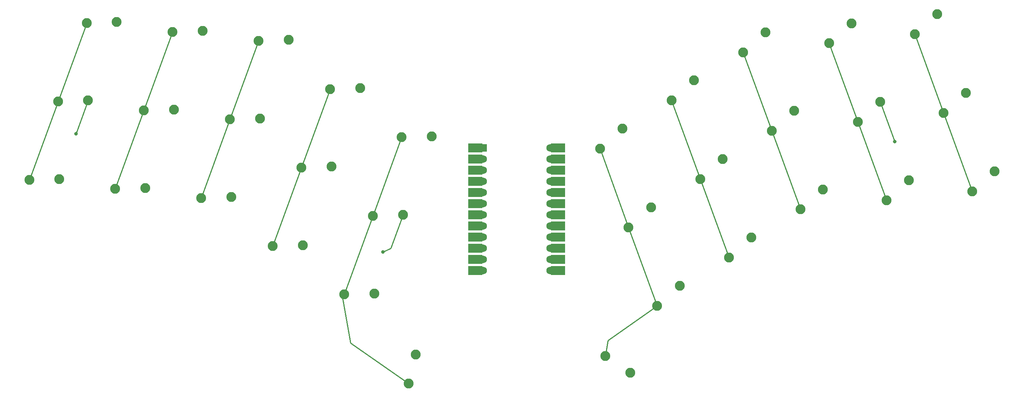
<source format=gtl>
G04 #@! TF.GenerationSoftware,KiCad,Pcbnew,(5.1.4)-1*
G04 #@! TF.CreationDate,2021-01-14T16:11:29-07:00*
G04 #@! TF.ProjectId,ONI-Kyan MKI,4f4e492d-4b79-4616-9e20-4d4b492e6b69,rev?*
G04 #@! TF.SameCoordinates,Original*
G04 #@! TF.FileFunction,Copper,L1,Top*
G04 #@! TF.FilePolarity,Positive*
%FSLAX46Y46*%
G04 Gerber Fmt 4.6, Leading zero omitted, Abs format (unit mm)*
G04 Created by KiCad (PCBNEW (5.1.4)-1) date 2021-01-14 16:11:29*
%MOMM*%
%LPD*%
G04 APERTURE LIST*
%ADD10C,2.250000*%
%ADD11R,3.250000X2.000000*%
%ADD12C,1.752600*%
%ADD13R,1.752600X1.752600*%
%ADD14C,0.800000*%
%ADD15C,0.250000*%
G04 APERTURE END LIST*
D10*
X168734486Y-122992399D03*
X163011629Y-119247668D03*
X118368919Y-125489605D03*
X119930483Y-118831106D03*
X103736451Y-105170984D03*
X110572231Y-104955993D03*
D11*
X152273600Y-71755362D03*
X152273600Y-74295362D03*
X152273600Y-76835362D03*
X152273600Y-79375362D03*
X152273600Y-81915362D03*
X152273600Y-84455362D03*
X152273600Y-86995362D03*
X152273600Y-89535362D03*
X152273600Y-92075362D03*
X152273600Y-94615362D03*
X152273600Y-97155362D03*
X152273600Y-99695362D03*
X133477600Y-99695362D03*
X133477600Y-97155362D03*
X133477600Y-94615362D03*
X133477600Y-92075362D03*
X133477600Y-89535362D03*
X133477600Y-86995362D03*
X133477600Y-84455362D03*
X133477600Y-81915362D03*
X133477600Y-79375362D03*
X133477600Y-76835362D03*
X133477600Y-74295362D03*
X133477600Y-71755362D03*
D12*
X150495600Y-71755362D03*
X135255600Y-99695362D03*
X150495600Y-74295362D03*
X150495600Y-76835362D03*
X150495600Y-79375362D03*
X150495600Y-81915362D03*
X150495600Y-84455362D03*
X150495600Y-86995362D03*
X150495600Y-89535362D03*
X150495600Y-92075362D03*
X150495600Y-94615362D03*
X150495600Y-97155362D03*
X150495600Y-99695362D03*
X135255600Y-97155362D03*
X135255600Y-94615362D03*
X135255600Y-92075362D03*
X135255600Y-89535362D03*
X135255600Y-86995362D03*
X135255600Y-84455362D03*
X135255600Y-81915362D03*
X135255600Y-79375362D03*
X135255600Y-76835362D03*
X135255600Y-74295362D03*
D13*
X135255600Y-71755362D03*
D10*
X179952607Y-103218529D03*
X174854290Y-107777176D03*
X246459168Y-81715132D03*
X251557485Y-77156485D03*
X207398975Y-85795545D03*
X212497292Y-81236898D03*
X191126631Y-96786359D03*
X196224948Y-92227712D03*
X226929071Y-83755338D03*
X232027388Y-79196691D03*
X220413560Y-65854118D03*
X225511877Y-61295471D03*
X239943658Y-63813912D03*
X245041975Y-59255265D03*
X178095609Y-60983921D03*
X183193926Y-56425274D03*
X184611121Y-78885140D03*
X189709438Y-74326493D03*
X168338777Y-89875956D03*
X173437094Y-85317309D03*
X200883462Y-67894323D03*
X205981779Y-63335676D03*
X233428148Y-45912692D03*
X238526465Y-41354045D03*
X194367953Y-49993105D03*
X199466270Y-45434458D03*
X213898052Y-47952901D03*
X218996369Y-43394254D03*
X161823268Y-71974737D03*
X166921585Y-67416090D03*
X110251965Y-87269765D03*
X117087745Y-87054774D03*
X87464112Y-94180168D03*
X94299892Y-93965177D03*
X71191768Y-83189350D03*
X78027548Y-82974359D03*
X51661671Y-81149146D03*
X58497451Y-80934155D03*
X32131574Y-79108938D03*
X38967354Y-78893947D03*
X93979622Y-76278946D03*
X100815402Y-76063955D03*
X77707281Y-65288129D03*
X84543061Y-65073138D03*
X58177181Y-63247924D03*
X65012961Y-63032933D03*
X38647085Y-61207720D03*
X45482865Y-60992729D03*
X116767475Y-69368543D03*
X123603255Y-69153552D03*
X100495133Y-58377728D03*
X107330913Y-58162737D03*
X84222789Y-47386912D03*
X91058569Y-47171921D03*
X64692693Y-45346706D03*
X71528473Y-45131715D03*
X45162593Y-43306499D03*
X51998373Y-43091508D03*
D14*
X42711638Y-68606607D03*
X112510712Y-95510722D03*
X228813234Y-70365873D03*
D15*
X150495600Y-81915362D02*
X152273601Y-81915362D01*
X150495600Y-97155362D02*
X152273600Y-97155362D01*
X44938713Y-62487771D02*
X45482865Y-60992728D01*
X42711638Y-68606607D02*
X44938713Y-62487771D01*
X114316514Y-94668663D02*
X112510712Y-95510722D01*
X117087743Y-87054775D02*
X114316514Y-94668663D01*
X225511877Y-61295472D02*
X228813234Y-70365873D01*
X150495600Y-99695362D02*
X152273600Y-99695362D01*
X38647085Y-61207717D02*
X38647085Y-61207720D01*
X45162592Y-43306501D02*
X38647085Y-61207717D01*
X38647085Y-61207720D02*
X32131573Y-79108938D01*
X133477600Y-84455362D02*
X135255600Y-84455362D01*
X64692696Y-45346706D02*
X58177182Y-63247924D01*
X58177182Y-63247924D02*
X51661672Y-81149143D01*
X133477600Y-86995362D02*
X135255600Y-86995362D01*
X77707281Y-65288131D02*
X71191769Y-83189351D01*
X84222791Y-47386913D02*
X77707281Y-65288131D01*
X133477599Y-89535362D02*
X135255600Y-89535362D01*
X99950982Y-59872768D02*
X93979623Y-76278946D01*
X100495133Y-58377728D02*
X99950982Y-59872768D01*
X87464111Y-94180165D02*
X87464113Y-94180168D01*
X93979623Y-76278946D02*
X87464111Y-94180165D01*
X133477600Y-92075362D02*
X135255600Y-92075362D01*
X110251964Y-87269762D02*
X110251965Y-87269764D01*
X116767475Y-69368543D02*
X110251964Y-87269762D01*
X103736455Y-105170982D02*
X103736452Y-105170983D01*
X110251965Y-87269764D02*
X103736455Y-105170982D01*
X103309971Y-105780060D02*
X103736452Y-105170983D01*
X118368916Y-125489605D02*
X105153668Y-116236189D01*
X105153668Y-116236189D02*
X103309971Y-105780060D01*
X133477600Y-94615362D02*
X135255600Y-94615361D01*
X168338779Y-89875956D02*
X174854290Y-107777177D01*
X161823269Y-71974738D02*
X168338779Y-89875956D01*
X163650962Y-115621831D02*
X174854290Y-107777177D01*
X163011628Y-119247667D02*
X163650962Y-115621831D01*
X150495600Y-94615362D02*
X152273600Y-94615362D01*
X178639759Y-62478963D02*
X184611119Y-78885143D01*
X178095607Y-60983921D02*
X178639759Y-62478963D01*
X184611119Y-78885143D02*
X191126632Y-96786361D01*
X150495600Y-92075362D02*
X152273600Y-92075362D01*
X194912100Y-51488146D02*
X200883461Y-67894325D01*
X194367953Y-49993106D02*
X194912100Y-51488146D01*
X200883461Y-67894325D02*
X207398972Y-85795545D01*
X150495600Y-89535362D02*
X152273600Y-89535362D01*
X214442200Y-49447939D02*
X220413557Y-65854118D01*
X213898048Y-47952899D02*
X214442200Y-49447939D01*
X220413557Y-65854118D02*
X226929070Y-83755339D01*
X150495600Y-86995362D02*
X152273600Y-86995362D01*
X239943658Y-63813910D02*
X239943658Y-63813913D01*
X233428148Y-45912692D02*
X239943658Y-63813910D01*
X239943658Y-63813913D02*
X246459168Y-81715132D01*
X150495600Y-84455362D02*
X152273600Y-84455362D01*
X152273600Y-71755362D02*
X150495600Y-71755362D01*
X150495601Y-74295362D02*
X152273600Y-74295362D01*
X150495600Y-76835362D02*
X152273600Y-76835362D01*
X150495600Y-79375362D02*
X152273600Y-79375362D01*
X133477600Y-97155362D02*
X135255599Y-97155362D01*
X133477600Y-81915362D02*
X135255600Y-81915362D01*
X133477600Y-79375362D02*
X135255600Y-79375362D01*
X133477600Y-76835362D02*
X135255600Y-76835362D01*
X133477601Y-74295362D02*
X135255600Y-74295362D01*
X133477600Y-71755362D02*
X135255600Y-71755362D01*
X135255600Y-99695362D02*
X133477600Y-99695362D01*
M02*

</source>
